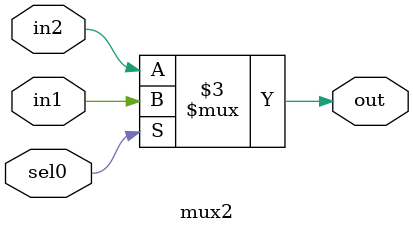
<source format=v>
module mux2( in1,in2,sel0,out);

input in1, in2,sel0;
output reg out;
 always @(*) begin
 if (sel0)
 out=in1;
 else
 out=in2;
end
endmodule

</source>
